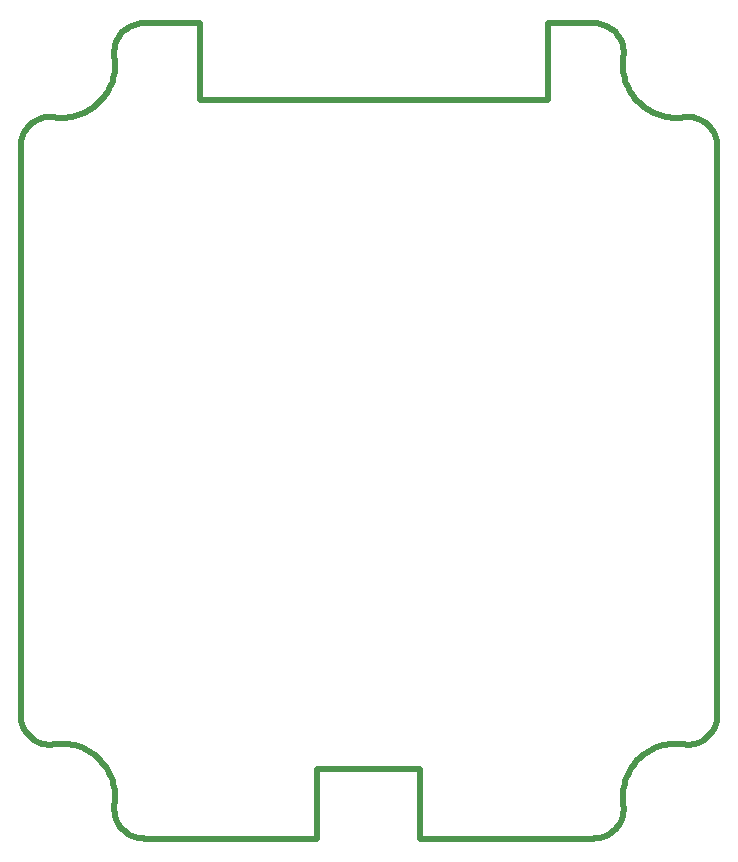
<source format=gko>
G04*
G04 #@! TF.GenerationSoftware,Altium Limited,Altium Designer,22.5.1 (42)*
G04*
G04 Layer_Color=16711935*
%FSLAX25Y25*%
%MOIN*%
G70*
G04*
G04 #@! TF.SameCoordinates,99E8522F-A59E-4A80-82A0-D8EFEBB404AF*
G04*
G04*
G04 #@! TF.FilePolarity,Positive*
G04*
G01*
G75*
%ADD92C,0.01968*%
D92*
X-84827Y11249D02*
X-84713Y12239D01*
X-84654Y13235D01*
X-84651Y14232D01*
X-84705Y15227D01*
X-84814Y16218D01*
X-84979Y17202D01*
X-85199Y18174D01*
X-85474Y19133D01*
X-85802Y20074D01*
X-86182Y20996D01*
X-86614Y21895D01*
X-87095Y22768D01*
X-87625Y23613D01*
X-88201Y24426D01*
X-88823Y25206D01*
X-89487Y25949D01*
X-90192Y26655D01*
X-90936Y27319D01*
X-91716Y27940D01*
X-92529Y28517D01*
X-93374Y29047D01*
X-94247Y29528D01*
X-95146Y29960D01*
X-96067Y30340D01*
X-97009Y30668D01*
X-97968Y30942D01*
X-98940Y31162D01*
X-99923Y31327D01*
X-100915Y31437D01*
X-101910Y31490D01*
X-102907Y31488D01*
X-103903Y31429D01*
X-104893Y31314D01*
X-84827Y11249D02*
X-84919Y10261D01*
X-84912Y9269D01*
X-84804Y8283D01*
X-84598Y7312D01*
X-84295Y6368D01*
X-83898Y5458D01*
X-83412Y4594D01*
X-82841Y3782D01*
X-82192Y3032D01*
X-81470Y2352D01*
X-80684Y1747D01*
X-79840Y1225D01*
X-78949Y790D01*
X-78018Y447D01*
X-77057Y200D01*
X-76077Y50D01*
X-75086Y0D01*
X84827Y260405D02*
X84713Y259415D01*
X84654Y258419D01*
X84651Y257422D01*
X84705Y256426D01*
X84814Y255435D01*
X84979Y254452D01*
X85199Y253480D01*
X85474Y252521D01*
X85802Y251579D01*
X86182Y250658D01*
X86614Y249759D01*
X87095Y248886D01*
X87625Y248041D01*
X88201Y247227D01*
X88823Y246448D01*
X89487Y245704D01*
X90192Y244999D01*
X90936Y244335D01*
X91716Y243713D01*
X92529Y243137D01*
X93374Y242607D01*
X94247Y242126D01*
X95146Y241694D01*
X96067Y241314D01*
X97009Y240986D01*
X97968Y240711D01*
X98940Y240491D01*
X99923Y240326D01*
X100915Y240217D01*
X101910Y240163D01*
X102907Y240166D01*
X103903Y240225D01*
X104893Y240339D01*
X116142Y230598D02*
X116092Y231588D01*
X115942Y232569D01*
X115695Y233530D01*
X115352Y234461D01*
X114917Y235352D01*
X114395Y236196D01*
X113790Y236982D01*
X113109Y237704D01*
X112359Y238353D01*
X111548Y238924D01*
X110683Y239410D01*
X109774Y239806D01*
X108829Y240109D01*
X107859Y240316D01*
X106873Y240423D01*
X105881Y240431D01*
X104893Y240339D01*
Y31314D02*
X105881Y31222D01*
X106873Y31230D01*
X107859Y31338D01*
X108829Y31544D01*
X109774Y31847D01*
X110683Y32244D01*
X111548Y32730D01*
X112359Y33300D01*
X113109Y33950D01*
X113790Y34672D01*
X114395Y35458D01*
X114917Y36301D01*
X115352Y37193D01*
X115695Y38124D01*
X115942Y39085D01*
X116092Y40065D01*
X116142Y41056D01*
X104893Y31314D02*
X103903Y31429D01*
X102907Y31488D01*
X101910Y31490D01*
X100915Y31437D01*
X99923Y31327D01*
X98940Y31162D01*
X97968Y30942D01*
X97009Y30668D01*
X96067Y30340D01*
X95146Y29960D01*
X94247Y29528D01*
X93374Y29047D01*
X92529Y28517D01*
X91716Y27940D01*
X90936Y27319D01*
X90192Y26655D01*
X89487Y25949D01*
X88823Y25206D01*
X88201Y24426D01*
X87625Y23613D01*
X87095Y22768D01*
X86614Y21895D01*
X86182Y20996D01*
X85802Y20074D01*
X85474Y19133D01*
X85199Y18174D01*
X84979Y17202D01*
X84814Y16218D01*
X84705Y15227D01*
X84651Y14232D01*
X84654Y13235D01*
X84713Y12239D01*
X84827Y11249D01*
X75086Y0D02*
X76077Y50D01*
X77057Y200D01*
X78018Y447D01*
X78949Y790D01*
X79840Y1225D01*
X80684Y1747D01*
X81470Y2352D01*
X82192Y3032D01*
X82841Y3782D01*
X83412Y4594D01*
X83898Y5458D01*
X84295Y6368D01*
X84598Y7312D01*
X84804Y8283D01*
X84912Y9269D01*
X84919Y10261D01*
X84827Y11249D01*
X-116142Y41056D02*
X-116092Y40065D01*
X-115942Y39085D01*
X-115695Y38124D01*
X-115352Y37193D01*
X-114917Y36301D01*
X-114395Y35458D01*
X-113790Y34672D01*
X-113109Y33950D01*
X-112359Y33300D01*
X-111548Y32730D01*
X-110683Y32244D01*
X-109774Y31847D01*
X-108829Y31544D01*
X-107859Y31338D01*
X-106873Y31230D01*
X-105881Y31222D01*
X-104893Y31314D01*
Y240339D02*
X-105881Y240431D01*
X-106873Y240423D01*
X-107859Y240316D01*
X-108829Y240109D01*
X-109774Y239806D01*
X-110683Y239410D01*
X-111548Y238924D01*
X-112359Y238353D01*
X-113109Y237704D01*
X-113790Y236982D01*
X-114395Y236196D01*
X-114917Y235352D01*
X-115352Y234461D01*
X-115695Y233530D01*
X-115942Y232569D01*
X-116092Y231588D01*
X-116142Y230598D01*
X-104893Y240339D02*
X-103903Y240225D01*
X-102907Y240166D01*
X-101910Y240163D01*
X-100915Y240217D01*
X-99923Y240326D01*
X-98940Y240491D01*
X-97968Y240711D01*
X-97009Y240986D01*
X-96067Y241314D01*
X-95146Y241694D01*
X-94247Y242126D01*
X-93374Y242607D01*
X-92529Y243137D01*
X-91716Y243713D01*
X-90936Y244335D01*
X-90192Y244999D01*
X-89487Y245704D01*
X-88823Y246448D01*
X-88201Y247227D01*
X-87625Y248041D01*
X-87095Y248886D01*
X-86614Y249759D01*
X-86182Y250658D01*
X-85802Y251579D01*
X-85474Y252521D01*
X-85199Y253479D01*
X-84979Y254452D01*
X-84814Y255435D01*
X-84705Y256426D01*
X-84651Y257422D01*
X-84654Y258419D01*
X-84713Y259414D01*
X-84827Y260405D01*
X-75086Y271654D02*
X-76077Y271604D01*
X-77057Y271454D01*
X-78018Y271207D01*
X-78949Y270864D01*
X-79840Y270429D01*
X-80684Y269907D01*
X-81470Y269302D01*
X-82192Y268621D01*
X-82841Y267871D01*
X-83412Y267060D01*
X-83898Y266195D01*
X-84295Y265286D01*
X-84598Y264341D01*
X-84804Y263371D01*
X-84912Y262385D01*
X-84919Y261393D01*
X-84827Y260405D01*
X84827D02*
X84919Y261393D01*
X84912Y262385D01*
X84804Y263371D01*
X84598Y264341D01*
X84295Y265286D01*
X83898Y266195D01*
X83412Y267060D01*
X82841Y267871D01*
X82192Y268621D01*
X81470Y269302D01*
X80684Y269907D01*
X79840Y270429D01*
X78949Y270864D01*
X78018Y271207D01*
X77057Y271454D01*
X76077Y271604D01*
X75086Y271654D01*
X-56212Y246030D02*
X59788Y246030D01*
X-56212D02*
Y271654D01*
X59788Y246030D02*
Y271654D01*
X75086D01*
X-75086D02*
X-56212D01*
X75016Y-70D02*
X75086Y0D01*
X-75086D02*
X-75016Y-70D01*
X-17176D02*
Y5500D01*
X-75016Y-70D02*
X-17176D01*
X17151D02*
Y23152D01*
X-17176D02*
X17151D01*
X-17176Y5500D02*
Y23152D01*
X17151Y-70D02*
X75016D01*
X116142Y41056D02*
Y230598D01*
X-116142Y41056D02*
Y230598D01*
M02*

</source>
